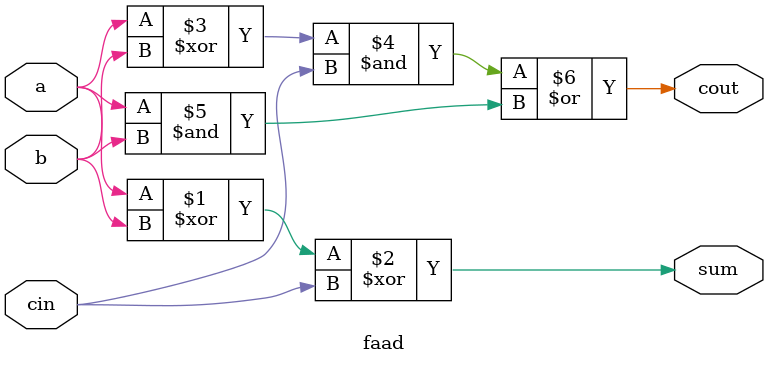
<source format=v>
module faad(

    input a, b, cin,
    output cout, sum

);

    assign sum = a ^ b ^ cin;
    assign cout = ((a ^ b) & cin) | (a & b);

endmodule
</source>
